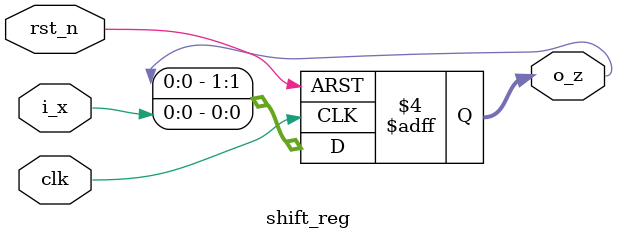
<source format=v>
module shift_reg (
input clk,
input rst_n,
input i_x,
output reg [1:0] o_z
);

integer i;

always @(posedge clk or negedge rst_n) begin
	if (!rst_n) 
		o_z <= 2'b0;
	else begin
		o_z[0] <= i_x;
		for (i=1; i<2; i=i+1) begin
			o_z[i] <= o_z[i-1];
		end
	end
end

endmodule

</source>
